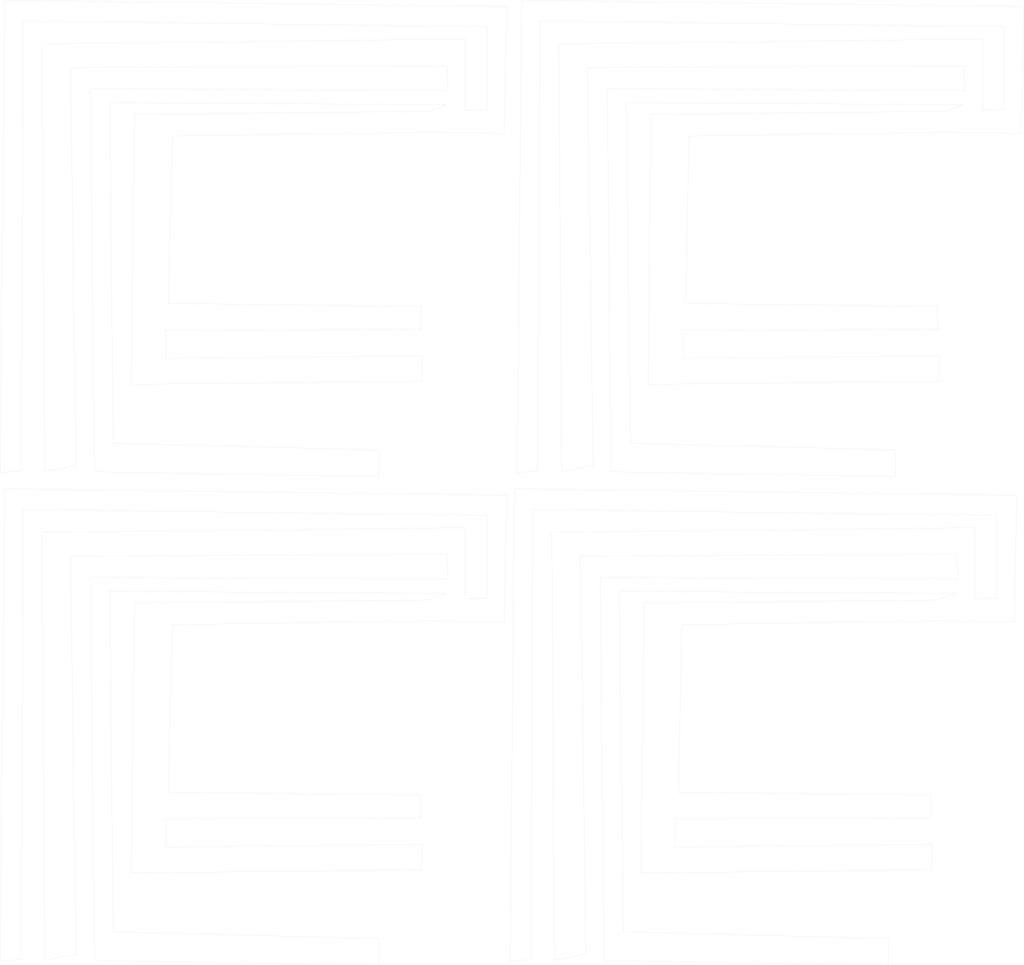
<source format=kicad_pcb>
(kicad_pcb (version 20221018) (generator pcbnew)

  (general
    (thickness 1.6)
  )

  (paper "A4")
  (layers
    (0 "F.Cu" signal)
    (31 "B.Cu" signal)
    (32 "B.Adhes" user "B.Adhesive")
    (33 "F.Adhes" user "F.Adhesive")
    (34 "B.Paste" user)
    (35 "F.Paste" user)
    (36 "B.SilkS" user "B.Silkscreen")
    (37 "F.SilkS" user "F.Silkscreen")
    (38 "B.Mask" user)
    (39 "F.Mask" user)
    (40 "Dwgs.User" user "User.Drawings")
    (41 "Cmts.User" user "User.Comments")
    (42 "Eco1.User" user "User.Eco1")
    (43 "Eco2.User" user "User.Eco2")
    (44 "Edge.Cuts" user)
    (45 "Margin" user)
    (46 "B.CrtYd" user "B.Courtyard")
    (47 "F.CrtYd" user "F.Courtyard")
    (48 "B.Fab" user)
    (49 "F.Fab" user)
    (50 "User.1" user)
    (51 "User.2" user)
    (52 "User.3" user)
    (53 "User.4" user)
    (54 "User.5" user)
    (55 "User.6" user)
    (56 "User.7" user)
    (57 "User.8" user)
    (58 "User.9" user)
  )

  (setup
    (stackup
      (layer "F.SilkS" (type "Top Silk Screen"))
      (layer "F.Paste" (type "Top Solder Paste"))
      (layer "F.Mask" (type "Top Solder Mask") (thickness 0.01))
      (layer "F.Cu" (type "copper") (thickness 0.035))
      (layer "dielectric 1" (type "core") (thickness 1.51) (material "FR4") (epsilon_r 4.5) (loss_tangent 0.02))
      (layer "B.Cu" (type "copper") (thickness 0.035))
      (layer "B.Mask" (type "Bottom Solder Mask") (thickness 0.01))
      (layer "B.Paste" (type "Bottom Solder Paste"))
      (layer "B.SilkS" (type "Bottom Silk Screen"))
      (layer "F.SilkS" (type "Top Silk Screen"))
      (layer "F.Paste" (type "Top Solder Paste"))
      (layer "F.Mask" (type "Top Solder Mask") (thickness 0.01))
      (layer "F.Cu" (type "copper") (thickness 0.035))
      (layer "dielectric 1" (type "core") (thickness 1.51) (material "FR4") (epsilon_r 4.5) (loss_tangent 0.02))
      (layer "B.Cu" (type "copper") (thickness 0.035))
      (layer "B.Mask" (type "Bottom Solder Mask") (thickness 0.01))
      (layer "B.Paste" (type "Bottom Solder Paste"))
      (layer "B.SilkS" (type "Bottom Silk Screen"))
      (layer "F.SilkS" (type "Top Silk Screen"))
      (layer "F.Paste" (type "Top Solder Paste"))
      (layer "F.Mask" (type "Top Solder Mask") (thickness 0.01))
      (layer "F.Cu" (type "copper") (thickness 0.035))
      (layer "dielectric 1" (type "core") (thickness 1.51) (material "FR4") (epsilon_r 4.5) (loss_tangent 0.02))
      (layer "B.Cu" (type "copper") (thickness 0.035))
      (layer "B.Mask" (type "Bottom Solder Mask") (thickness 0.01))
      (layer "B.Paste" (type "Bottom Solder Paste"))
      (layer "B.SilkS" (type "Bottom Silk Screen"))
      (layer "F.SilkS" (type "Top Silk Screen"))
      (layer "F.Paste" (type "Top Solder Paste"))
      (layer "F.Mask" (type "Top Solder Mask") (thickness 0.01))
      (layer "F.Cu" (type "copper") (thickness 0.035))
      (layer "dielectric 1" (type "core") (thickness 1.51) (material "FR4") (epsilon_r 4.5) (loss_tangent 0.02))
      (layer "B.Cu" (type "copper") (thickness 0.035))
      (layer "B.Mask" (type "Bottom Solder Mask") (thickness 0.01))
      (layer "B.Paste" (type "Bottom Solder Paste"))
      (layer "B.SilkS" (type "Bottom Silk Screen"))
      (copper_finish "None")
      (dielectric_constraints no)
    )
    (pad_to_mask_clearance 0)
    (pcbplotparams
      (layerselection 0x00010fc_ffffffff)
      (plot_on_all_layers_selection 0x0000000_00000000)
      (disableapertmacros false)
      (usegerberextensions false)
      (usegerberattributes true)
      (usegerberadvancedattributes true)
      (creategerberjobfile true)
      (dashed_line_dash_ratio 12.000000)
      (dashed_line_gap_ratio 3.000000)
      (svgprecision 4)
      (plotframeref false)
      (viasonmask false)
      (mode 1)
      (useauxorigin false)
      (hpglpennumber 1)
      (hpglpenspeed 20)
      (hpglpendiameter 15.000000)
      (dxfpolygonmode true)
      (dxfimperialunits true)
      (dxfusepcbnewfont true)
      (psnegative false)
      (psa4output false)
      (plotreference true)
      (plotvalue true)
      (plotinvisibletext false)
      (sketchpadsonfab false)
      (subtractmaskfromsilk false)
      (outputformat 1)
      (mirror false)
      (drillshape 1)
      (scaleselection 1)
      (outputdirectory "")
    )
  )

  (net 0 "")

  (gr_line (start 8.639937 167.44989) (end 9.309937 8.63989)
    (stroke (width 0.05) (type default)) (layer "Edge.Cuts") (tstamp 00dd4ac6-2bb3-4557-acb6-c9d7bea08f52))
  (gr_line (start 216.989937 167.78989) (end 317.389937 169.46989)
    (stroke (width 0.05) (type default)) (layer "Edge.Cuts") (tstamp 010c75b4-c52e-4a52-a6a4-e3cb105f5b4f))
  (gr_line (start 152.349937 213.03989) (end 48.599937 214.03989)
    (stroke (width 0.05) (type default)) (layer "Edge.Cuts") (tstamp 0355176f-82ca-4e6b-bdb6-8daf34279537))
  (gr_line (start 329.999937 308.38989) (end 330.329937 299.32989)
    (stroke (width 0.05) (type default)) (layer "Edge.Cuts") (tstamp 03a07562-3193-4267-b0b3-ffda1bab1c4f))
  (gr_line (start 181.249937 340.62989) (end 188.639937 339.94989)
    (stroke (width 0.05) (type default)) (layer "Edge.Cuts") (tstamp 03b552d3-e1e7-4394-9567-a73805ea5042))
  (gr_line (start 33.149937 32.47989) (end 34.489937 167.78989)
    (stroke (width 0.05) (type default)) (layer "Edge.Cuts") (tstamp 04b0cb4a-f71d-45fe-8022-876fd1bbbe37))
  (gr_line (start 159.399937 33.14989) (end 33.149937 32.47989)
    (stroke (width 0.05) (type default)) (layer "Edge.Cuts") (tstamp 05d740b8-4c85-4ed7-891e-36d35ea4b74d))
  (gr_line (start 165.439937 212.69989) (end 165.439937 187.51989)
    (stroke (width 0.05) (type default)) (layer "Edge.Cuts") (tstamp 099f0382-5064-49c1-b5b7-5eb59671d4e8))
  (gr_line (start 332.499937 135.88989) (end 332.829937 126.82989)
    (stroke (width 0.05) (type default)) (layer "Edge.Cuts") (tstamp 0ad83749-0ee4-41f4-b6c3-28f7c46ac69b))
  (gr_line (start 189.309937 181.13989) (end 353.159937 183.14989)
    (stroke (width 0.05) (type default)) (layer "Edge.Cuts") (tstamp 0b43fd51-5300-4589-be5f-5290246d352a))
  (gr_line (start 33.149937 204.97989) (end 34.489937 340.28989)
    (stroke (width 0.05) (type default)) (layer "Edge.Cuts") (tstamp 0b57b973-467e-452e-9bae-54faf487615d))
  (gr_line (start 345.439937 212.69989) (end 345.439937 187.51989)
    (stroke (width 0.05) (type default)) (layer "Edge.Cuts") (tstamp 0f25326e-9415-4a9a-b9df-edf28648dc89))
  (gr_line (start 332.829937 126.82989) (end 242.179937 127.82989)
    (stroke (width 0.05) (type default)) (layer "Edge.Cuts") (tstamp 0fed1c0a-43de-44e6-9143-269bc325a6cf))
  (gr_line (start 341.559937 24.41989) (end 341.899937 33.14989)
    (stroke (width 0.05) (type default)) (layer "Edge.Cuts") (tstamp 114497a9-a59a-40f0-a253-da1e6059ffc8))
  (gr_line (start 173.159937 183.14989) (end 173.159937 212.35989)
    (stroke (width 0.05) (type default)) (layer "Edge.Cuts") (tstamp 17cf7ae0-1e7e-4354-af15-74e13ee59e7a))
  (gr_line (start 152.349937 40.53989) (end 48.599937 41.53989)
    (stroke (width 0.05) (type default)) (layer "Edge.Cuts") (tstamp 1a73e85d-0116-4939-9fa5-6a8fe2fab634))
  (gr_line (start 227.589937 309.39989) (end 329.999937 308.38989)
    (stroke (width 0.05) (type default)) (layer "Edge.Cuts") (tstamp 1e3fadd1-9098-49c5-8cf9-35c22227d09e))
  (gr_line (start 332.349937 213.03989) (end 228.599937 214.03989)
    (stroke (width 0.05) (type default)) (layer "Edge.Cuts") (tstamp 23e62683-baa8-41e9-9ba6-12305c20eeb3))
  (gr_line (start 185.429937 1.24989) (end 183.749937 168.12989)
    (stroke (width 0.05) (type default)) (layer "Edge.Cuts") (tstamp 2441a0fd-b816-475e-b303-b450ee106171))
  (gr_line (start 208.599937 25.08989) (end 341.559937 24.41989)
    (stroke (width 0.05) (type default)) (layer "Edge.Cuts") (tstamp 27059f2a-8cac-475a-b9f1-1c82a722a75d))
  (gr_line (start 334.849937 40.53989) (end 231.099937 41.53989)
    (stroke (width 0.05) (type default)) (layer "Edge.Cuts") (tstamp 2b402ffb-0373-4dc4-ad80-db94bf4921af))
  (gr_line (start 59.679937 290.25989) (end 149.999937 289.92989)
    (stroke (width 0.05) (type default)) (layer "Edge.Cuts") (tstamp 2b7b41ce-0e6a-4c41-bf35-7522b3a25d47))
  (gr_line (start 60.679937 280.85989) (end 62.029937 221.76989)
    (stroke (width 0.05) (type default)) (layer "Edge.Cuts") (tstamp 2ea14e19-50e1-412f-874e-61bdbfc5eed1))
  (gr_line (start 165.439937 40.19989) (end 165.439937 15.01989)
    (stroke (width 0.05) (type default)) (layer "Edge.Cuts") (tstamp 314b2669-1347-405a-b95b-5453d14b2f29))
  (gr_line (start 219.869937 210.00989) (end 338.729937 210.68989)
    (stroke (width 0.05) (type default)) (layer "Edge.Cuts") (tstamp 325d2d00-1937-456d-827d-d422e1433c32))
  (gr_line (start 62.029937 49.26989) (end 153.019937 47.91989)
    (stroke (width 0.05) (type default)) (layer "Edge.Cuts") (tstamp 3365bddf-8df4-4221-877a-e98167a313ae))
  (gr_line (start 338.729937 210.68989) (end 332.349937 213.03989)
    (stroke (width 0.05) (type default)) (layer "Edge.Cuts") (tstamp 33ffe739-0e03-45df-9216-b4a4512cc458))
  (gr_line (start 206.099937 197.58989) (end 339.059937 196.91989)
    (stroke (width 0.05) (type default)) (layer "Edge.Cuts") (tstamp 3461f6ac-9058-4cdf-ae10-f77325ad55a4))
  (gr_line (start 41.209937 330.21989) (end 39.869937 210.00989)
    (stroke (width 0.05) (type default)) (layer "Edge.Cuts") (tstamp 36ceef97-dc9b-4c7a-86c6-c9241f305ea0))
  (gr_line (start 34.489937 340.28989) (end 134.889937 341.96989)
    (stroke (width 0.05) (type default)) (layer "Edge.Cuts") (tstamp 38e7a7d8-ccf4-447c-9102-4fd61402cb01))
  (gr_line (start 198.529937 16.69989) (end 199.539937 167.78989)
    (stroke (width 0.05) (type default)) (layer "Edge.Cuts") (tstamp 399d6ec1-7488-4182-97cb-2403cf9d3751))
  (gr_line (start 8.639937 339.94989) (end 9.309937 181.13989)
    (stroke (width 0.05) (type default)) (layer "Edge.Cuts") (tstamp 3cf3c6d0-58e8-402f-a311-9ee3d70e979e))
  (gr_line (start 180.219937 176.09989) (end 2.929937 173.74989)
    (stroke (width 0.05) (type default)) (layer "Edge.Cuts") (tstamp 3d72e899-7703-4243-908a-683ed044ac50))
  (gr_line (start 17.039937 340.28989) (end 28.119937 337.93989)
    (stroke (width 0.05) (type default)) (layer "Edge.Cuts") (tstamp 3dc18383-9c96-4c0a-bebf-38da78811921))
  (gr_line (start 28.119937 165.43989) (end 26.099937 25.08989)
    (stroke (width 0.05) (type default)) (layer "Edge.Cuts") (tstamp 3ee28895-babe-49a6-ba8f-1e60305fd45a))
  (gr_line (start 191.139937 167.44989) (end 191.809937 8.63989)
    (stroke (width 0.05) (type default)) (layer "Edge.Cuts") (tstamp 407893d6-5478-4c84-bdd3-e00f4c1f9a8c))
  (gr_line (start 359.209937 220.75989) (end 360.219937 176.09989)
    (stroke (width 0.05) (type default)) (layer "Edge.Cuts") (tstamp 40d4ad65-4f0b-4091-8f12-76181f47343d))
  (gr_line (start 242.179937 127.82989) (end 242.179937 117.75989)
    (stroke (width 0.05) (type default)) (layer "Edge.Cuts") (tstamp 4186e9da-5491-432c-95a8-f8b7e12f05b1))
  (gr_line (start 355.659937 10.64989) (end 355.659937 39.85989)
    (stroke (width 0.05) (type default)) (layer "Edge.Cuts") (tstamp 439a3cea-f3c9-4e3b-9b04-aad591488c40))
  (gr_line (start 242.179937 117.75989) (end 332.499937 117.42989)
    (stroke (width 0.05) (type default)) (layer "Edge.Cuts") (tstamp 44422200-bca4-4ecd-a4bb-1e706482d55c))
  (gr_line (start 243.179937 108.35989) (end 244.529937 49.26989)
    (stroke (width 0.05) (type default)) (layer "Edge.Cuts") (tstamp 48fd1eb3-e542-4f59-a0f0-2e28a1a3327b))
  (gr_line (start 335.519937 47.91989) (end 361.709937 48.25989)
    (stroke (width 0.05) (type default)) (layer "Edge.Cuts") (tstamp 4994fac9-c6da-40c5-bf90-9e1698bdf9b0))
  (gr_line (start 317.389937 160.06989) (end 223.709937 157.71989)
    (stroke (width 0.05) (type default)) (layer "Edge.Cuts") (tstamp 4a693bfd-68ad-4afe-970c-91305f980f0f))
  (gr_line (start 339.059937 196.91989) (end 339.399937 205.64989)
    (stroke (width 0.05) (type default)) (layer "Edge.Cuts") (tstamp 4d2c133f-7168-4008-975e-d08f0a7519d1))
  (gr_line (start 47.589937 309.39989) (end 149.999937 308.38989)
    (stroke (width 0.05) (type default)) (layer "Edge.Cuts") (tstamp 5148841b-3c93-440c-ac6f-76f0ec5bc79a))
  (gr_line (start 149.999937 308.38989) (end 150.329937 299.32989)
    (stroke (width 0.05) (type default)) (layer "Edge.Cuts") (tstamp 517d7f0c-adae-4875-8d05-706255429fb1))
  (gr_line (start 183.749937 168.12989) (end 191.139937 167.44989)
    (stroke (width 0.05) (type default)) (layer "Edge.Cuts") (tstamp 5185df5e-b566-49e9-95a2-711907ff2fd2))
  (gr_line (start 188.639937 339.94989) (end 189.309937 181.13989)
    (stroke (width 0.05) (type default)) (layer "Edge.Cuts") (tstamp 52699160-2634-45e1-9339-56ec15b1c90b))
  (gr_line (start 173.159937 39.85989) (end 165.439937 40.19989)
    (stroke (width 0.05) (type default)) (layer "Edge.Cuts") (tstamp 537fdd05-7fd2-4952-b920-ffbb6c5c898d))
  (gr_line (start 360.219937 176.09989) (end 182.929937 173.74989)
    (stroke (width 0.05) (type default)) (layer "Edge.Cuts") (tstamp 55a8d3fe-3b78-4605-bb0a-f11eda0827cc))
  (gr_line (start 314.889937 341.96989) (end 314.889937 332.56989)
    (stroke (width 0.05) (type default)) (layer "Edge.Cuts") (tstamp 55ad7446-5e5c-4bce-a9bf-20e23602de16))
  (gr_line (start 149.659937 281.86989) (end 60.679937 280.85989)
    (stroke (width 0.05) (type default)) (layer "Edge.Cuts") (tstamp 55f03eec-04aa-410f-b18c-9d8ca64f9269))
  (gr_line (start 149.999937 135.88989) (end 150.329937 126.82989)
    (stroke (width 0.05) (type default)) (layer "Edge.Cuts") (tstamp 5618a5db-5eae-4e3b-b645-a4a4d9aa45e4))
  (gr_line (start 16.029937 16.69989) (end 17.039937 167.78989)
    (stroke (width 0.05) (type default)) (layer "Edge.Cuts") (tstamp 613b64ad-ff35-4b78-a4f1-16bbfd23fb86))
  (gr_line (start 2.929937 1.24989) (end 1.249937 168.12989)
    (stroke (width 0.05) (type default)) (layer "Edge.Cuts") (tstamp 621c13f2-41e5-45fb-81c7-6d23a4014e5e))
  (gr_line (start 179.209937 220.75989) (end 180.219937 176.09989)
    (stroke (width 0.05) (type default)) (layer "Edge.Cuts") (tstamp 62853cfd-3e01-426c-b075-8ec62043981f))
  (gr_line (start 48.599937 214.03989) (end 47.589937 309.39989)
    (stroke (width 0.05) (type default)) (layer "Edge.Cuts") (tstamp 62bb226c-e719-4bf3-93da-73b38b9dd29a))
  (gr_line (start 150.329937 299.32989) (end 59.679937 300.32989)
    (stroke (width 0.05) (type default)) (layer "Edge.Cuts") (tstamp 62c34083-a7a7-4719-946b-2e4f6e8e5b8f))
  (gr_line (start 59.679937 127.82989) (end 59.679937 117.75989)
    (stroke (width 0.05) (type default)) (layer "Edge.Cuts") (tstamp 65f444f1-f091-4a33-b909-4c9738b65326))
  (gr_line (start 173.159937 212.35989) (end 165.439937 212.69989)
    (stroke (width 0.05) (type default)) (layer "Edge.Cuts") (tstamp 6852bb6e-009d-4ebc-9e63-74de767bd4e1))
  (gr_line (start 26.099937 197.58989) (end 159.059937 196.91989)
    (stroke (width 0.05) (type default)) (layer "Edge.Cuts") (tstamp 6b746d0d-78e8-450c-9d2c-fdfd6a6c07a5))
  (gr_line (start 347.939937 15.01989) (end 198.529937 16.69989)
    (stroke (width 0.05) (type default)) (layer "Edge.Cuts") (tstamp 6fd53fee-ed4e-47b7-a795-841a4f44a09a))
  (gr_line (start 134.889937 332.56989) (end 41.209937 330.21989)
    (stroke (width 0.05) (type default)) (layer "Edge.Cuts") (tstamp 71fb2828-5e63-4ebe-90d0-e37c22b171aa))
  (gr_line (start 214.489937 340.28989) (end 314.889937 341.96989)
    (stroke (width 0.05) (type default)) (layer "Edge.Cuts") (tstamp 73d84ad4-cbc6-4f12-93f9-eac472659cc0))
  (gr_line (start 149.999937 289.92989) (end 149.659937 281.86989)
    (stroke (width 0.05) (type default)) (layer "Edge.Cuts") (tstamp 7ae5caa7-408c-42b3-8432-e19f30681154))
  (gr_line (start 48.599937 41.53989) (end 47.589937 136.89989)
    (stroke (width 0.05) (type default)) (layer "Edge.Cuts") (tstamp 7ea27e59-ebcf-4935-841f-dcf5632b0da9))
  (gr_line (start 199.539937 167.78989) (end 210.619937 165.43989)
    (stroke (width 0.05) (type default)) (layer "Edge.Cuts") (tstamp 807004df-c786-409d-ac75-7c89aff84283))
  (gr_line (start 329.999937 289.92989) (end 329.659937 281.86989)
    (stroke (width 0.05) (type default)) (layer "Edge.Cuts") (tstamp 80de2fe7-108e-420f-abe8-0aa17d6dfbde))
  (gr_line (start 355.659937 39.85989) (end 347.939937 40.19989)
    (stroke (width 0.05) (type default)) (layer "Edge.Cuts") (tstamp 829653fd-e683-409c-8064-91e8077027b8))
  (gr_line (start 153.019937 220.41989) (end 179.209937 220.75989)
    (stroke (width 0.05) (type default)) (layer "Edge.Cuts") (tstamp 86387b86-922e-4a0b-be5b-bb11168dd900))
  (gr_line (start 39.869937 37.50989) (end 158.729937 38.18989)
    (stroke (width 0.05) (type default)) (layer "Edge.Cuts") (tstamp 8848fa64-8bbc-45ca-bfb7-4b511ac44153))
  (gr_line (start 361.709937 48.25989) (end 362.719937 3.59989)
    (stroke (width 0.05) (type default)) (layer "Edge.Cuts") (tstamp 8865ab41-197c-4981-83dd-787b611a340f))
  (gr_line (start 330.329937 299.32989) (end 239.679937 300.32989)
    (stroke (width 0.05) (type default)) (layer "Edge.Cuts") (tstamp 889171f6-e06e-4a6b-82e2-d88960204975))
  (gr_line (start 180.219937 3.59989) (end 2.929937 1.24989)
    (stroke (width 0.05) (type default)) (layer "Edge.Cuts") (tstamp 8b701e4e-130f-438c-8a71-e3dc3a4b51cb))
  (gr_line (start 182.929937 173.74989) (end 181.249937 340.62989)
    (stroke (width 0.05) (type default)) (layer "Edge.Cuts") (tstamp 8c0e9aed-f3b4-40b3-9b38-f1a9ba86ee80))
  (gr_line (start 62.029937 221.76989) (end 153.019937 220.41989)
    (stroke (width 0.05) (type default)) (layer "Edge.Cuts") (tstamp 8cfb6912-e044-48a4-84b3-e72f335b00d1))
  (gr_line (start 244.529937 49.26989) (end 335.519937 47.91989)
    (stroke (width 0.05) (type default)) (layer "Edge.Cuts") (tstamp 8d4e2ebb-75bf-4b84-b0e6-c653dd347b19))
  (gr_line (start 222.369937 37.50989) (end 341.229937 38.18989)
    (stroke (width 0.05) (type default)) (layer "Edge.Cuts") (tstamp 8d53a4dd-a01b-4dee-b2a4-fc9cfce76d65))
  (gr_line (start 353.159937 183.14989) (end 353.159937 212.35989)
    (stroke (width 0.05) (type default)) (layer "Edge.Cuts") (tstamp 8e5c69e1-18ce-4667-baa9-fd2069714d37))
  (gr_line (start 165.439937 15.01989) (end 16.029937 16.69989)
    (stroke (width 0.05) (type default)) (layer "Edge.Cuts") (tstamp 9090d451-c0a2-46d6-8d25-8e726a681263))
  (gr_line (start 158.729937 38.18989) (end 152.349937 40.53989)
    (stroke (width 0.05) (type default)) (layer "Edge.Cuts") (tstamp 931c258b-1a1c-4666-a9d8-d50df8b6cdb3))
  (gr_line (start 347.939937 40.19989) (end 347.939937 15.01989)
    (stroke (width 0.05) (type default)) (layer "Edge.Cuts") (tstamp 9374dc9a-9f54-4fd1-8071-df5aaf806934))
  (gr_line (start 240.679937 280.85989) (end 242.029937 221.76989)
    (stroke (width 0.05) (type default)) (layer "Edge.Cuts") (tstamp 94b786a1-8b52-4d64-8e91-d002466096aa))
  (gr_line (start 9.309937 8.63989) (end 173.159937 10.64989)
    (stroke (width 0.05) (type default)) (layer "Edge.Cuts") (tstamp 96930944-d076-4a1e-9d1f-816064989736))
  (gr_line (start 353.159937 212.35989) (end 345.439937 212.69989)
    (stroke (width 0.05) (type default)) (layer "Edge.Cuts") (tstamp 96a44a29-482e-49da-8955-0a01acdecdad))
  (gr_line (start 9.309937 181.13989) (end 173.159937 183.14989)
    (stroke (width 0.05) (type default)) (layer "Edge.Cuts") (tstamp 97b7a5e7-f077-426c-8180-0adcd8bb890b))
  (gr_line (start 208.119937 337.93989) (end 206.099937 197.58989)
    (stroke (width 0.05) (type default)) (layer "Edge.Cuts") (tstamp 9822a959-d23c-495c-b26e-2f20e032d939))
  (gr_line (start 329.659937 281.86989) (end 240.679937 280.85989)
    (stroke (width 0.05) (type default)) (layer "Edge.Cuts") (tstamp 98457c3d-aff7-4d3b-b259-2aa896625c72))
  (gr_line (start 59.679937 117.75989) (end 149.999937 117.42989)
    (stroke (width 0.05) (type default)) (layer "Edge.Cuts") (tstamp 98e7d18f-1fdf-4559-9e3a-c3f4c7a1e86c))
  (gr_line (start 332.499937 117.42989) (end 332.159937 109.36989)
    (stroke (width 0.05) (type default)) (layer "Edge.Cuts") (tstamp 993cb67b-fa4f-4f71-a086-508f7396ddbe))
  (gr_line (start 150.329937 126.82989) (end 59.679937 127.82989)
    (stroke (width 0.05) (type default)) (layer "Edge.Cuts") (tstamp 9b637db3-2c76-46ce-82c7-95d0dedddb82))
  (gr_line (start 158.729937 210.68989) (end 152.349937 213.03989)
    (stroke (width 0.05) (type default)) (layer "Edge.Cuts") (tstamp 9dac587c-798e-480d-8e78-97547a1f0cd4))
  (gr_line (start 60.679937 108.35989) (end 62.029937 49.26989)
    (stroke (width 0.05) (type default)) (layer "Edge.Cuts") (tstamp 9de3b420-438f-44c5-9472-6df9ffc56106))
  (gr_line (start 47.589937 136.89989) (end 149.999937 135.88989)
    (stroke (width 0.05) (type default)) (layer "Edge.Cuts") (tstamp 9e055816-6ad2-49c6-904d-1daf1c405cfc))
  (gr_line (start 223.709937 157.71989) (end 222.369937 37.50989)
    (stroke (width 0.05) (type default)) (layer "Edge.Cuts") (tstamp a3b8f578-4fc2-4ba4-9318-7174dd07d789))
  (gr_line (start 153.019937 47.91989) (end 179.209937 48.25989)
    (stroke (width 0.05) (type default)) (layer "Edge.Cuts") (tstamp a8d56c37-d8c1-445d-a267-ffd9a028f88f))
  (gr_line (start 134.889937 169.46989) (end 134.889937 160.06989)
    (stroke (width 0.05) (type default)) (layer "Edge.Cuts") (tstamp a9ac859b-f32d-48e2-9128-2b0a81a90d07))
  (gr_line (start 221.209937 330.21989) (end 219.869937 210.00989)
    (stroke (width 0.05) (type default)) (layer "Edge.Cuts") (tstamp abe78793-0dfe-4492-a596-ea26ff119ae9))
  (gr_line (start 149.999937 117.42989) (end 149.659937 109.36989)
    (stroke (width 0.05) (type default)) (layer "Edge.Cuts") (tstamp ad0606f9-3b1e-47ec-9b65-a95fc8ceec3a))
  (gr_line (start 2.929937 173.74989) (end 1.249937 340.62989)
    (stroke (width 0.05) (type default)) (layer "Edge.Cuts") (tstamp b0bca15d-62ae-47ba-88d7-94c20878f5f9))
  (gr_line (start 196.029937 189.19989) (end 197.039937 340.28989)
    (stroke (width 0.05) (type default)) (layer "Edge.Cuts") (tstamp b60d4c03-76cf-4818-a831-2b8d92cf57e6))
  (gr_line (start 28.119937 337.93989) (end 26.099937 197.58989)
    (stroke (width 0.05) (type default)) (layer "Edge.Cuts") (tstamp b6bcb2c9-a761-45bb-88b5-b5c914bb81dc))
  (gr_line (start 179.209937 48.25989) (end 180.219937 3.59989)
    (stroke (width 0.05) (type default)) (layer "Edge.Cuts") (tstamp b79e8714-eb69-4711-aca5-758811dcb863))
  (gr_line (start 165.439937 187.51989) (end 16.029937 189.19989)
    (stroke (width 0.05) (type default)) (layer "Edge.Cuts") (tstamp bdcd22ca-f0f4-4ca0-97b5-45d7498f8f4a))
  (gr_line (start 341.229937 38.18989) (end 334.849937 40.53989)
    (stroke (width 0.05) (type default)) (layer "Edge.Cuts") (tstamp bf2266df-1234-4183-9f2a-82c945a77aa3))
  (gr_line (start 134.889937 160.06989) (end 41.209937 157.71989)
    (stroke (width 0.05) (type default)) (layer "Edge.Cuts") (tstamp c0a6865a-5f62-44f7-833f-537e2d9febad))
  (gr_line (start 134.889937 341.96989) (end 134.889937 332.56989)
    (stroke (width 0.05) (type default)) (layer "Edge.Cuts") (tstamp c51f81ef-7e52-4678-a192-408015a40261))
  (gr_line (start 341.899937 33.14989) (end 215.649937 32.47989)
    (stroke (width 0.05) (type default)) (layer "Edge.Cuts") (tstamp c5419584-95fc-4b1c-8b0e-3eac876a97ba))
  (gr_line (start 159.059937 24.41989) (end 159.399937 33.14989)
    (stroke (width 0.05) (type default)) (layer "Edge.Cuts") (tstamp c6aa2b63-8f94-4eec-9aa7-5c00a908601d))
  (gr_line (start 339.399937 205.64989) (end 213.149937 204.97989)
    (stroke (width 0.05) (type default)) (layer "Edge.Cuts") (tstamp c80cf8da-fda4-4765-832d-c4b4a4fa1c5d))
  (gr_line (start 17.039937 167.78989) (end 28.119937 165.43989)
    (stroke (width 0.05) (type default)) (layer "Edge.Cuts") (tstamp c8dbebd2-646a-4514-8312-e869ae7c03eb))
  (gr_line (start 34.489937 167.78989) (end 134.889937 169.46989)
    (stroke (width 0.05) (type default)) (layer "Edge.Cuts") (tstamp ca4dc6b2-efb7-429b-b125-0184e0d128af))
  (gr_line (start 41.209937 157.71989) (end 39.869937 37.50989)
    (stroke (width 0.05) (type default)) (layer "Edge.Cuts") (tstamp cafd1820-2776-4794-9302-d30ceefc3628))
  (gr_line (start 191.809937 8.63989) (end 355.659937 10.64989)
    (stroke (width 0.05) (type default)) (layer "Edge.Cuts") (tstamp cb4d8b3b-2326-4f9a-9552-9e1b23257f45))
  (gr_line (start 332.159937 109.36989) (end 243.179937 108.35989)
    (stroke (width 0.05) (type default)) (layer "Edge.Cuts") (tstamp cc411f49-5e14-43c9-b792-5f5cdde84861))
  (gr_line (start 213.149937 204.97989) (end 214.489937 340.28989)
    (stroke (width 0.05) (type default)) (layer "Edge.Cuts") (tstamp d0e5ce41-7778-4601-91a5-1d6d20048fc3))
  (gr_line (start 59.679937 300.32989) (end 59.679937 290.25989)
    (stroke (width 0.05) (type default)) (layer "Edge.Cuts") (tstamp d4751b19-2c5c-4c1c-b562-cc5fff2cef65))
  (gr_line (start 1.249937 168.12989) (end 8.639937 167.44989)
    (stroke (width 0.05) (type default)) (layer "Edge.Cuts") (tstamp d56d9142-6664-40f2-bb0a-b8247cfa1b6b))
  (gr_line (start 26.099937 25.08989) (end 159.059937 24.41989)
    (stroke (width 0.05) (type default)) (layer "Edge.Cuts") (tstamp d61b4f0b-727d-41ad-9a75-1c049bd8cc26))
  (gr_line (start 231.099937 41.53989) (end 230.089937 136.89989)
    (stroke (width 0.05) (type default)) (layer "Edge.Cuts") (tstamp d6dba659-21f1-4cd3-b50f-a4fe7d192046))
  (gr_line (start 173.159937 10.64989) (end 173.159937 39.85989)
    (stroke (width 0.05) (type default)) (layer "Edge.Cuts") (tstamp d831c4ec-953b-4378-a2ad-f5a02fc87145))
  (gr_line (start 333.019937 220.41989) (end 359.209937 220.75989)
    (stroke (width 0.05) (type default)) (layer "Edge.Cuts") (tstamp d849248d-c1bc-48df-b54b-be175cd39c9a))
  (gr_line (start 39.869937 210.00989) (end 158.729937 210.68989)
    (stroke (width 0.05) (type default)) (layer "Edge.Cuts") (tstamp d9f825ec-5a7a-4a02-98e9-e94e37b365f4))
  (gr_line (start 230.089937 136.89989) (end 332.499937 135.88989)
    (stroke (width 0.05) (type default)) (layer "Edge.Cuts") (tstamp e2711748-aaa8-4b39-a518-25509ab6ec24))
  (gr_line (start 228.599937 214.03989) (end 227.589937 309.39989)
    (stroke (width 0.05) (type default)) (layer "Edge.Cuts") (tstamp e4adb22e-f49d-490f-8932-3c2b710b1c23))
  (gr_line (start 239.679937 290.25989) (end 329.999937 289.92989)
    (stroke (width 0.05) (type default)) (layer "Edge.Cuts") (tstamp e55a31f1-acd6-4a2e-bb25-863dcd69f3e4))
  (gr_line (start 1.249937 340.62989) (end 8.639937 339.94989)
    (stroke (width 0.05) (type default)) (layer "Edge.Cuts") (tstamp e60a8643-eef9-4cf8-9a44-d7de35f92423))
  (gr_line (start 159.399937 205.64989) (end 33.149937 204.97989)
    (stroke (width 0.05) (type default)) (layer "Edge.Cuts") (tstamp e7dc5458-22fa-4643-bde3-23df75b65183))
  (gr_line (start 210.619937 165.43989) (end 208.599937 25.08989)
    (stroke (width 0.05) (type default)) (layer "Edge.Cuts") (tstamp e84f426f-697a-4328-9007-8fb805aa2a25))
  (gr_line (start 159.059937 196.91989) (end 159.399937 205.64989)
    (stroke (width 0.05) (type default)) (layer "Edge.Cuts") (tstamp eb0b6bd5-baa3-4555-b689-f93fec68f378))
  (gr_line (start 149.659937 109.36989) (end 60.679937 108.35989)
    (stroke (width 0.05) (type default)) (layer "Edge.Cuts") (tstamp ee95fd65-63ac-415b-abf1-99df884f6561))
  (gr_line (start 215.649937 32.47989) (end 216.989937 167.78989)
    (stroke (width 0.05) (type default)) (layer "Edge.Cuts") (tstamp efa0243e-2737-405f-8ce9-06ebaedfc74a))
  (gr_line (start 314.889937 332.56989) (end 221.209937 330.21989)
    (stroke (width 0.05) (type default)) (layer "Edge.Cuts") (tstamp f12cc7f6-6743-41d6-97a8-d2ff3f5a7efb))
  (gr_line (start 317.389937 169.46989) (end 317.389937 160.06989)
    (stroke (width 0.05) (type default)) (layer "Edge.Cuts") (tstamp f13cf236-6880-4fc2-85e3-13066e87617c))
  (gr_line (start 239.679937 300.32989) (end 239.679937 290.25989)
    (stroke (width 0.05) (type default)) (layer "Edge.Cuts") (tstamp f54493a1-ba26-4ca4-b221-7be39f4b8e8d))
  (gr_line (start 362.719937 3.59989) (end 185.429937 1.24989)
    (stroke (width 0.05) (type default)) (layer "Edge.Cuts") (tstamp f61b4c1c-dd97-4399-9a08-cb850b7408ad))
  (gr_line (start 345.439937 187.51989) (end 196.029937 189.19989)
    (stroke (width 0.05) (type default)) (layer "Edge.Cuts") (tstamp f7d864eb-3531-43e7-b0c3-6bb1f236b3c4))
  (gr_line (start 197.039937 340.28989) (end 208.119937 337.93989)
    (stroke (width 0.05) (type default)) (layer "Edge.Cuts") (tstamp fbbf35b7-9dd2-4c48-85af-c72f0a90a1cf))
  (gr_line (start 16.029937 189.19989) (end 17.039937 340.28989)
    (stroke (width 0.05) (type default)) (layer "Edge.Cuts") (tstamp fc7c35dc-d650-429d-8ed9-2734bef486d9))
  (gr_line (start 242.029937 221.76989) (end 333.019937 220.41989)
    (stroke (width 0.05) (type default)) (layer "Edge.Cuts") (tstamp ffb6abdf-4de7-4a1c-b110-e495d5d2dde1))

)

</source>
